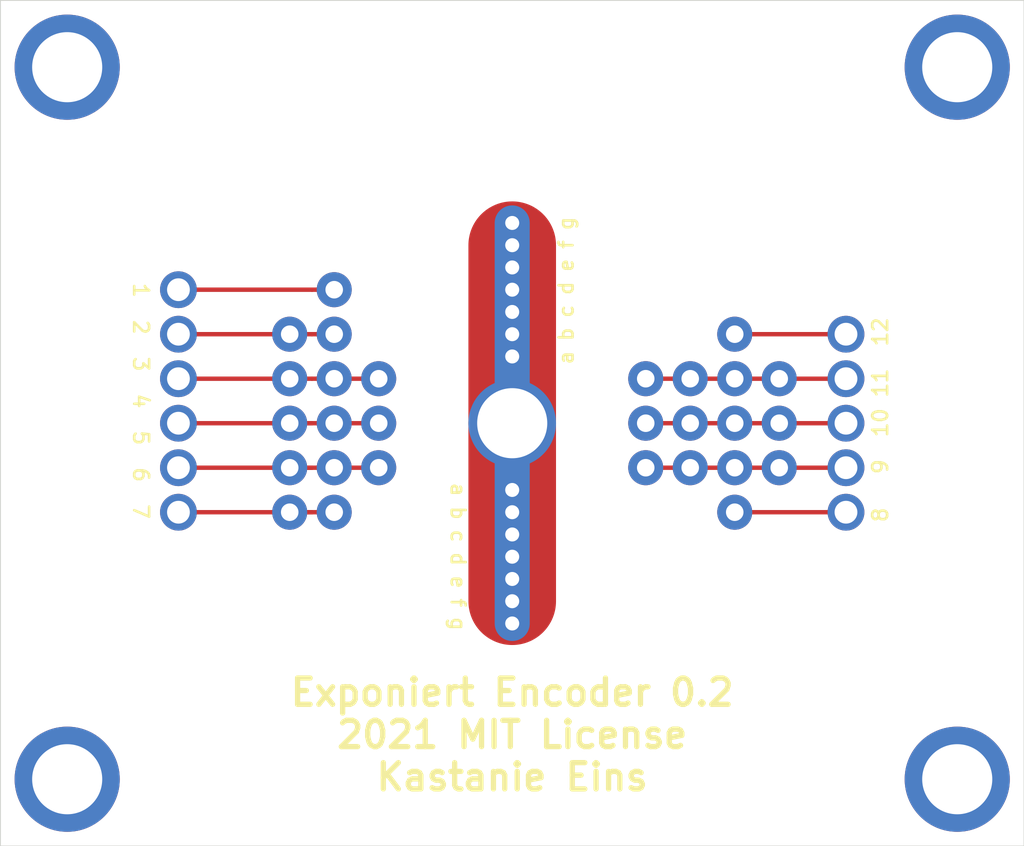
<source format=kicad_pcb>
(kicad_pcb (version 20171130) (host pcbnew "(5.1.9)-1")

  (general
    (thickness 1.6)
    (drawings 21)
    (tracks 83)
    (zones 0)
    (modules 0)
    (nets 1)
  )

  (page A4)
  (layers
    (0 F.Cu signal)
    (31 B.Cu signal)
    (32 B.Adhes user)
    (33 F.Adhes user)
    (34 B.Paste user)
    (35 F.Paste user)
    (36 B.SilkS user)
    (37 F.SilkS user)
    (38 B.Mask user)
    (39 F.Mask user hide)
    (40 Dwgs.User user)
    (41 Cmts.User user)
    (42 Eco1.User user)
    (43 Eco2.User user)
    (44 Edge.Cuts user)
    (45 Margin user)
    (46 B.CrtYd user)
    (47 F.CrtYd user)
    (48 B.Fab user)
    (49 F.Fab user)
  )

  (setup
    (last_trace_width 0.25)
    (trace_clearance 0.2)
    (zone_clearance 0.508)
    (zone_45_only no)
    (trace_min 0.2)
    (via_size 0.8)
    (via_drill 0.4)
    (via_min_size 0.4)
    (via_min_drill 0.3)
    (uvia_size 0.3)
    (uvia_drill 0.1)
    (uvias_allowed no)
    (uvia_min_size 0.2)
    (uvia_min_drill 0.1)
    (edge_width 0.05)
    (segment_width 0.2)
    (pcb_text_width 0.3)
    (pcb_text_size 1.5 1.5)
    (mod_edge_width 0.12)
    (mod_text_size 1 1)
    (mod_text_width 0.15)
    (pad_size 1.524 1.524)
    (pad_drill 0.762)
    (pad_to_mask_clearance 0)
    (solder_mask_min_width 90)
    (aux_axis_origin 0 0)
    (visible_elements 7FFFFFFF)
    (pcbplotparams
      (layerselection 0x010fc_ffffffff)
      (usegerberextensions false)
      (usegerberattributes true)
      (usegerberadvancedattributes true)
      (creategerberjobfile true)
      (excludeedgelayer true)
      (linewidth 0.150000)
      (plotframeref false)
      (viasonmask false)
      (mode 1)
      (useauxorigin false)
      (hpglpennumber 1)
      (hpglpenspeed 20)
      (hpglpendiameter 15.000000)
      (psnegative false)
      (psa4output false)
      (plotreference true)
      (plotvalue true)
      (plotinvisibletext false)
      (padsonsilk false)
      (subtractmaskfromsilk false)
      (outputformat 1)
      (mirror false)
      (drillshape 1)
      (scaleselection 1)
      (outputdirectory ""))
  )

  (net 0 "")

  (net_class Default "Dies ist die voreingestellte Netzklasse."
    (clearance 0.2)
    (trace_width 0.25)
    (via_dia 0.8)
    (via_drill 0.4)
    (uvia_dia 0.3)
    (uvia_drill 0.1)
  )

  (gr_text "8   9  10 11  12" (at 148.01 97.6 90) (layer F.SilkS) (tstamp 61B716C2)
    (effects (font (size 0.85 0.85) (thickness 0.15)))
  )
  (gr_text "a b c d e f g" (at 123.91 105.41 270) (layer F.SilkS) (tstamp 61B71649)
    (effects (font (size 0.8 0.8) (thickness 0.15)))
  )
  (gr_line (start 146.05 92.71) (end 146.05 102.87) (layer B.Mask) (width 2.1) (tstamp 61B71415))
  (gr_line (start 107.95 90.17) (end 107.95 102.87) (layer B.Mask) (width 2.1) (tstamp 61B71388))
  (gr_line (start 114.3 92.71) (end 114.3 102.87) (layer F.Mask) (width 2) (tstamp 61B7137D))
  (gr_line (start 116.84 90.17) (end 116.84 102.87) (layer F.Mask) (width 2) (tstamp 61B71378))
  (gr_line (start 119.38 95.25) (end 119.38 100.33) (layer F.Mask) (width 2) (tstamp 61B71376))
  (gr_line (start 142.24 95.25) (end 142.24 100.33) (layer F.Mask) (width 2) (tstamp 61B71367))
  (gr_line (start 139.7 92.71) (end 139.7 102.87) (layer F.Mask) (width 2) (tstamp 61B71364))
  (gr_line (start 137.16 95.25) (end 137.16 100.33) (layer F.Mask) (width 2) (tstamp 61B71362))
  (gr_line (start 134.62 95.25) (end 134.62 100.33) (layer F.Mask) (width 2))
  (gr_text "1  2  3  4  5  6  7" (at 105.81 96.52 -90) (layer F.SilkS) (tstamp 61B7103F)
    (effects (font (size 0.85 0.85) (thickness 0.15)))
  )
  (gr_text "a b c d e f g" (at 130.08 90.22 90) (layer F.SilkS)
    (effects (font (size 0.8 0.8) (thickness 0.15)))
  )
  (gr_line (start 127 86.36) (end 127 109.22) (layer B.Cu) (width 2) (tstamp 61B70C35))
  (gr_line (start 127 86.36) (end 127 109.22) (layer B.Mask) (width 2) (tstamp 61B70B97))
  (gr_line (start 127 87.63) (end 127 107.95) (layer F.Mask) (width 5))
  (gr_text "Exponiert Encoder 0.2\n2021 MIT License\nKastanie Eins" (at 127 115.57) (layer F.SilkS)
    (effects (font (size 1.5 1.5) (thickness 0.3)))
  )
  (gr_line (start 97.79 121.92) (end 97.79 73.66) (layer Edge.Cuts) (width 0.05) (tstamp 61A8A0B2))
  (gr_line (start 156.21 121.92) (end 97.79 121.92) (layer Edge.Cuts) (width 0.05))
  (gr_line (start 156.21 73.66) (end 156.21 121.92) (layer Edge.Cuts) (width 0.05))
  (gr_line (start 97.79 73.66) (end 156.21 73.66) (layer Edge.Cuts) (width 0.05))

  (via (at 139.7 95.25) (size 2) (drill 1) (layers F.Cu B.Cu) (net 0))
  (via (at 139.7 92.71) (size 2) (drill 1) (layers F.Cu B.Cu) (net 0) (tstamp 61A8A107))
  (via (at 139.7 97.79) (size 2) (drill 1) (layers F.Cu B.Cu) (net 0) (tstamp 61A8A110))
  (via (at 139.7 100.33) (size 2) (drill 1) (layers F.Cu B.Cu) (net 0) (tstamp 61A8A130))
  (via (at 139.7 102.87) (size 2) (drill 1) (layers F.Cu B.Cu) (net 0) (tstamp 61A8A131))
  (via (at 152.4 77.47) (size 6) (drill 4) (layers F.Cu B.Cu) (net 0))
  (via (at 152.4 118.11) (size 6) (drill 4) (layers F.Cu B.Cu) (net 0))
  (via (at 101.6 118.11) (size 6) (drill 4) (layers F.Cu B.Cu) (net 0))
  (via (at 101.6 77.47) (size 6) (drill 4) (layers F.Cu B.Cu) (net 0))
  (via (at 127 104.14) (size 1.5) (drill 0.8) (layers F.Cu B.Cu) (net 0) (tstamp 61A8A238))
  (via (at 127 97.79) (size 5) (drill 4) (layers F.Cu B.Cu) (net 0))
  (via (at 116.84 95.25) (size 2) (drill 1) (layers F.Cu B.Cu) (net 0) (tstamp 61A8AD99))
  (via (at 116.84 90.17) (size 2) (drill 1) (layers F.Cu B.Cu) (net 0) (tstamp 61A8AD9A))
  (via (at 116.84 102.87) (size 2) (drill 1) (layers F.Cu B.Cu) (net 0) (tstamp 61A8AD9B))
  (via (at 116.84 97.79) (size 2) (drill 1) (layers F.Cu B.Cu) (net 0) (tstamp 61A8AD9C))
  (via (at 116.84 100.33) (size 2) (drill 1) (layers F.Cu B.Cu) (net 0) (tstamp 61A8AD9D))
  (via (at 116.84 92.71) (size 2) (drill 1) (layers F.Cu B.Cu) (net 0) (tstamp 61A8AD9E))
  (via (at 127 91.44) (size 1.5) (drill 0.8) (layers F.Cu B.Cu) (net 0) (tstamp 61A8AF02))
  (via (at 142.24 100.33) (size 2) (drill 1) (layers F.Cu B.Cu) (net 0) (tstamp 61A8B085))
  (via (at 142.24 95.25) (size 2) (drill 1) (layers F.Cu B.Cu) (net 0) (tstamp 61A8B086))
  (via (at 142.24 97.79) (size 2) (drill 1) (layers F.Cu B.Cu) (net 0) (tstamp 61A8B087))
  (via (at 114.3 97.79) (size 2) (drill 1) (layers F.Cu B.Cu) (net 0) (tstamp 61A8B140))
  (via (at 114.3 92.71) (size 2) (drill 1) (layers F.Cu B.Cu) (net 0) (tstamp 61A8B141))
  (via (at 114.3 95.25) (size 2) (drill 1) (layers F.Cu B.Cu) (net 0) (tstamp 61A8B142))
  (via (at 114.3 100.33) (size 2) (drill 1) (layers F.Cu B.Cu) (net 0) (tstamp 61A8B143))
  (via (at 114.3 102.87) (size 2) (drill 1) (layers F.Cu B.Cu) (net 0) (tstamp 61A8B144))
  (via (at 127 93.98) (size 1.5) (drill 0.8) (layers F.Cu B.Cu) (net 0) (tstamp 61A8B368))
  (via (at 127 101.6) (size 1.5) (drill 0.8) (layers F.Cu B.Cu) (net 0) (tstamp 61A8B36B))
  (via (at 134.62 97.79) (size 2) (drill 1) (layers F.Cu B.Cu) (net 0) (tstamp 61A8B3F9))
  (via (at 134.62 95.25) (size 2) (drill 1) (layers F.Cu B.Cu) (net 0) (tstamp 61A8B3FA))
  (via (at 134.62 100.33) (size 2) (drill 1) (layers F.Cu B.Cu) (net 0) (tstamp 61A8B3FB))
  (via (at 107.95 95.25) (size 2.1) (drill 1.3) (layers F.Cu B.Cu) (net 0) (tstamp 61A8C30C))
  (via (at 107.95 102.87) (size 2.1) (drill 1.3) (layers F.Cu B.Cu) (net 0) (tstamp 61A8C30D))
  (via (at 107.95 97.79) (size 2.1) (drill 1.3) (layers F.Cu B.Cu) (net 0) (tstamp 61A8C30E))
  (via (at 107.95 90.17) (size 2.1) (drill 1.3) (layers F.Cu B.Cu) (net 0) (tstamp 61A8C30F))
  (via (at 107.95 100.33) (size 2.1) (drill 1.3) (layers F.Cu B.Cu) (net 0) (tstamp 61A8C310))
  (via (at 107.95 92.71) (size 2.1) (drill 1.3) (layers F.Cu B.Cu) (net 0) (tstamp 61A8C311))
  (via (at 146.05 97.79) (size 2.1) (drill 1.3) (layers F.Cu B.Cu) (net 0) (tstamp 61A8C321))
  (via (at 146.05 92.71) (size 2.1) (drill 1.3) (layers F.Cu B.Cu) (net 0) (tstamp 61A8C322))
  (via (at 146.05 95.25) (size 2.1) (drill 1.3) (layers F.Cu B.Cu) (net 0) (tstamp 61A8C323))
  (via (at 146.05 100.33) (size 2.1) (drill 1.3) (layers F.Cu B.Cu) (net 0) (tstamp 61A8C324))
  (via (at 146.05 102.87) (size 2.1) (drill 1.3) (layers F.Cu B.Cu) (net 0) (tstamp 61A8C325))
  (segment (start 115.57 92.71) (end 114.3 92.71) (width 0.25) (layer F.Cu) (net 0))
  (segment (start 115.57 95.25) (end 114.3 95.25) (width 0.25) (layer F.Cu) (net 0))
  (segment (start 114.3 102.87) (end 107.3 102.87) (width 0.25) (layer F.Cu) (net 0))
  (segment (start 107.3 100.33) (end 114.3 100.33) (width 0.25) (layer F.Cu) (net 0))
  (segment (start 114.3 100.33) (end 115.57 100.33) (width 0.25) (layer F.Cu) (net 0))
  (segment (start 115.57 97.79) (end 107.3 97.79) (width 0.25) (layer F.Cu) (net 0))
  (segment (start 107.3 95.25) (end 114.3 95.25) (width 0.25) (layer F.Cu) (net 0))
  (segment (start 114.3 92.71) (end 107.3 92.71) (width 0.25) (layer F.Cu) (net 0))
  (segment (start 107.3 90.17) (end 115.57 90.17) (width 0.25) (layer F.Cu) (net 0))
  (segment (start 114.3 102.87) (end 115.57 102.87) (width 0.25) (layer F.Cu) (net 0))
  (via (at 127 88.9) (size 1.5) (drill 0.8) (layers F.Cu B.Cu) (net 0) (tstamp 61A8DE03))
  (via (at 127 106.68) (size 1.5) (drill 0.8) (layers F.Cu B.Cu) (net 0) (tstamp 61A8DE06))
  (segment (start 127 87.63) (end 127 107.95) (width 5) (layer F.Cu) (net 0))
  (segment (start 116.84 90.17) (end 115.57 90.17) (width 0.25) (layer F.Cu) (net 0))
  (segment (start 116.84 92.71) (end 115.57 92.71) (width 0.25) (layer F.Cu) (net 0))
  (segment (start 115.57 95.25) (end 116.84 95.25) (width 0.25) (layer F.Cu) (net 0))
  (segment (start 116.84 97.79) (end 114.3 97.79) (width 0.25) (layer F.Cu) (net 0))
  (segment (start 116.84 100.33) (end 114.3 100.33) (width 0.25) (layer F.Cu) (net 0))
  (segment (start 114.3 102.87) (end 116.84 102.87) (width 0.25) (layer F.Cu) (net 0))
  (via (at 119.38 95.25) (size 2) (drill 1) (layers F.Cu B.Cu) (net 0) (tstamp 61A8DF39))
  (via (at 119.38 97.79) (size 2) (drill 1) (layers F.Cu B.Cu) (net 0) (tstamp 61A8DF3A))
  (via (at 119.38 100.33) (size 2) (drill 1) (layers F.Cu B.Cu) (net 0) (tstamp 61A8DF3B))
  (segment (start 119.38 95.25) (end 116.84 95.25) (width 0.25) (layer F.Cu) (net 0))
  (segment (start 116.84 97.79) (end 119.38 97.79) (width 0.25) (layer F.Cu) (net 0))
  (segment (start 119.38 100.33) (end 116.84 100.33) (width 0.25) (layer F.Cu) (net 0))
  (via (at 137.16 95.25) (size 2) (drill 1) (layers F.Cu B.Cu) (net 0) (tstamp 61A8E0C6))
  (via (at 137.16 97.79) (size 2) (drill 1) (layers F.Cu B.Cu) (net 0) (tstamp 61A8E0C7))
  (via (at 137.16 100.33) (size 2) (drill 1) (layers F.Cu B.Cu) (net 0) (tstamp 61A8E0C8))
  (via (at 127 86.36) (size 1.5) (drill 0.8) (layers F.Cu B.Cu) (net 0) (tstamp 61A8E3B9))
  (via (at 127 109.22) (size 1.5) (drill 0.8) (layers F.Cu B.Cu) (net 0) (tstamp 61A8E3DD))
  (via (at 127 87.63) (size 1.5) (drill 0.8) (layers F.Cu B.Cu) (net 0) (tstamp 61B70E7D))
  (via (at 127 90.17) (size 1.5) (drill 0.8) (layers F.Cu B.Cu) (net 0) (tstamp 61B70E80))
  (via (at 127 92.71) (size 1.5) (drill 0.8) (layers F.Cu B.Cu) (net 0) (tstamp 61B70E82))
  (via (at 127 107.95) (size 1.5) (drill 0.8) (layers F.Cu B.Cu) (net 0) (tstamp 61B70EF1))
  (via (at 127 105.41) (size 1.5) (drill 0.8) (layers F.Cu B.Cu) (net 0) (tstamp 61B70EF3))
  (via (at 127 102.87) (size 1.5) (drill 0.8) (layers F.Cu B.Cu) (net 0) (tstamp 61B70EF5))
  (segment (start 146.05 92.71) (end 140.59 92.71) (width 0.25) (layer F.Cu) (net 0))
  (segment (start 134.62 95.25) (end 146.05 95.25) (width 0.25) (layer F.Cu) (net 0))
  (segment (start 146.05 97.79) (end 134.62 97.79) (width 0.25) (layer F.Cu) (net 0))
  (segment (start 134.62 100.33) (end 146.05 100.33) (width 0.25) (layer F.Cu) (net 0))
  (segment (start 139.7 102.87) (end 146.05 102.87) (width 0.25) (layer F.Cu) (net 0))

)

</source>
